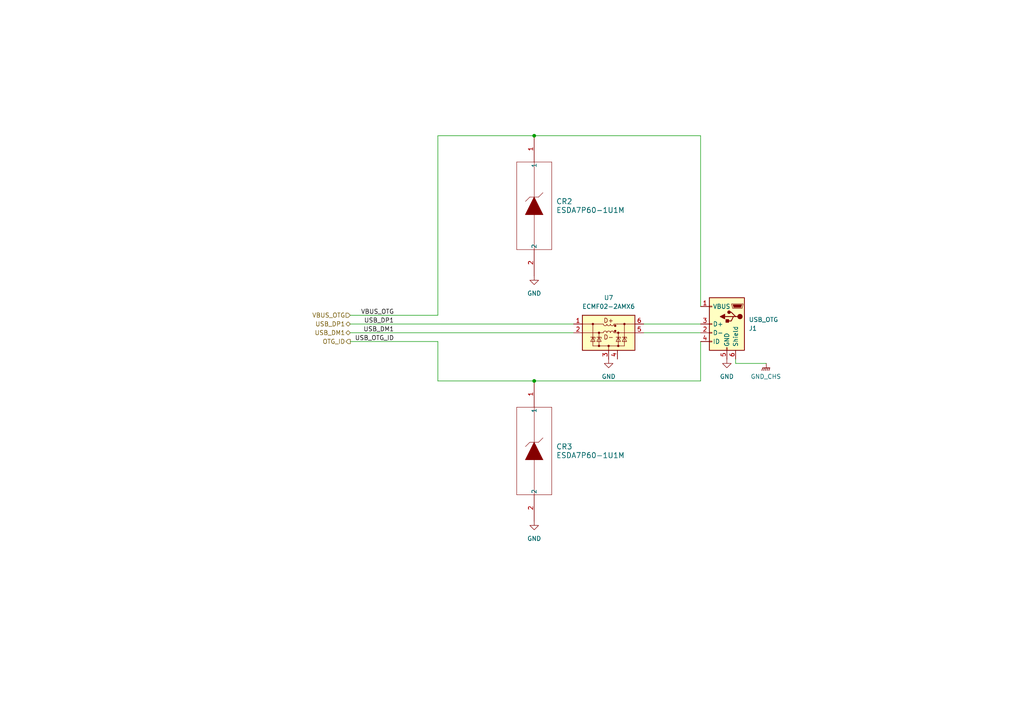
<source format=kicad_sch>
(kicad_sch (version 20231120) (generator "eeschema") (generator_version "8.0")
  (paper "A4")
  (lib_symbols
    (symbol "Connector:USB_OTG" (pin_names (offset 1.016))
      (property "Reference" "J" (at -5.08 11.43 0))
      (property "Value" "USB_OTG" (at -5.08 8.89 0))
      (symbol "USB_OTG_0_1"
        (rectangle (start -5.08 -7.62) (end 5.08 7.62) (stroke (width 0.254)) (fill (type background)))
        (circle (center -3.81 2.159) (radius 0.635) (stroke (width 0.254)) (fill (type outline)))
        (circle (center -0.635 3.429) (radius 0.381) (stroke (width 0.254)) (fill (type outline)))
        (rectangle (start -0.127 -7.62) (end 0.127 -6.858))
        (polyline (pts (xy -1.905 2.159) (xy 0.635 2.159)) (stroke (width 0.254)))
        (polyline (pts (xy -3.175 2.159) (xy -2.54 2.159) (xy -1.27 3.429) (xy -0.635 3.429)) (stroke (width 0.254)))
        (polyline (pts (xy -2.54 2.159) (xy -1.905 2.159) (xy -1.27 0.889) (xy 0 0.889)) (stroke (width 0.254)))
        (polyline (pts (xy 0.635 2.794) (xy 0.635 1.524) (xy 1.905 2.159) (xy 0.635 2.794)) (stroke (width 0.254)) (fill (type outline)))
        (polyline (pts (xy -4.318 5.588) (xy -1.778 5.588) (xy -2.032 4.826) (xy -4.064 4.826) (xy -4.318 5.588)) (fill (type outline)))
        (polyline (pts (xy -4.699 5.842) (xy -4.699 5.588) (xy -4.445 4.826) (xy -4.445 4.572) (xy -1.651 4.572) (xy -1.651 4.826) (xy -1.397 5.588) (xy -1.397 5.842) (xy -4.699 5.842)))
        (rectangle (start 0.254 1.27) (end -0.508 0.508) (stroke (width 0.254)) (fill (type outline)))
        (rectangle (start 5.08 -5.207) (end 4.318 -4.953))
        (rectangle (start 5.08 -2.667) (end 4.318 -2.413))
        (rectangle (start 5.08 -0.127) (end 4.318 0.127))
        (rectangle (start 5.08 4.953) (end 4.318 5.207))
      )
      (symbol "USB_OTG_1_1"
        (pin passive line (at 7.62 5.08 180) (length 2.54) (name "VBUS") (number "1"))
        (pin bidirectional line (at 7.62 -2.54 180) (length 2.54) (name "D-") (number "2"))
        (pin bidirectional line (at 7.62 0 180) (length 2.54) (name "D+") (number "3"))
        (pin passive line (at 7.62 -5.08 180) (length 2.54) (name "ID") (number "4"))
        (pin passive line (at 0 -10.16 90) (length 2.54) (name "GND") (number "5"))
        (pin passive line (at -2.54 -10.16 90) (length 2.54) (name "Shield") (number "6"))
      )
    )
    (symbol "ESDA7P60_1U1M:ESDA7P60-1U1M" (pin_names (offset 0.254))
      (property "Reference" "CR" (at 20.32 10.16 0))
      (property "Value" "ESDA7P60-1U1M" (at 20.32 7.62 0))
      (symbol "ESDA7P60-1U1M_0_1"
        (polyline (pts (xy 7.62 -5.08) (xy 33.02 -5.08)) (stroke (width 0.127)))
        (polyline (pts (xy 7.62 5.08) (xy 7.62 -5.08)) (stroke (width 0.127)))
        (polyline (pts (xy 17.78 -1.27) (xy 19.05 -2.54)) (stroke (width 0.127)))
        (polyline (pts (xy 17.78 0) (xy 22.86 2.54)) (stroke (width 0.127)))
        (polyline (pts (xy 17.78 1.27) (xy 16.51 2.54)) (stroke (width 0.127)))
        (polyline (pts (xy 17.78 1.27) (xy 17.78 -1.27)) (stroke (width 0.127)))
        (polyline (pts (xy 22.86 -2.54) (xy 17.78 0)) (stroke (width 0.127)))
        (polyline (pts (xy 22.86 2.54) (xy 22.86 -2.54)) (stroke (width 0.127)))
        (polyline (pts (xy 33.02 -5.08) (xy 33.02 5.08)) (stroke (width 0.127)))
        (polyline (pts (xy 33.02 0) (xy 7.62 0)) (stroke (width 0.127)))
        (polyline (pts (xy 33.02 5.08) (xy 7.62 5.08)) (stroke (width 0.127)))
        (polyline (pts (xy 22.86 2.54) (xy 22.86 -2.54) (xy 17.78 0)) (fill (type outline)))
        (pin unspecified line (at 0 0 0) (length 7.62) (name "1") (number "1"))
        (pin unspecified line (at 40.64 0 180) (length 7.62) (name "2") (number "2"))
      )
    )
    (symbol "Power_Protection:ECMF02-2AMX6" (pin_names (offset 0.0254) hide)
      (property "Reference" "U" (at 0 10.16 0))
      (property "Value" "ECMF02-2AMX6" (at 0 7.62 0))
      (symbol "ECMF02-2AMX6_0_1"
        (rectangle (start -7.62 5.08) (end 7.62 -5.08) (stroke (width 0.254)) (fill (type background)))
        (arc (start -1.524 2.5023) (mid -1.016 2.0306) (end -0.508 2.5023))
        (arc (start -0.508 0.0377) (mid -1.016 0.5094) (end -1.524 0.0377))
        (arc (start -0.508 2.5023) (mid 0 2.0306) (end 0.508 2.5023))
        (polyline (pts (xy -7.62 0) (xy -1.524 0)))
        (polyline (pts (xy -7.62 2.54) (xy -1.524 2.54)))
        (polyline (pts (xy -4.572 -3.81) (xy 4.572 -3.81)))
        (polyline (pts (xy -4.572 2.54) (xy -4.572 -3.81)))
        (polyline (pts (xy -2.794 0) (xy -2.794 -3.81)))
        (polyline (pts (xy 0 -5.08) (xy 0 -3.81)))
        (polyline (pts (xy 2.54 0) (xy 1.524 0)))
        (polyline (pts (xy 2.54 0) (xy 7.62 0)))
        (polyline (pts (xy 2.54 2.54) (xy 1.524 2.54)))
        (polyline (pts (xy 2.54 2.54) (xy 7.62 2.54)))
        (polyline (pts (xy 2.794 0) (xy 2.794 -3.81)))
        (polyline (pts (xy 4.572 2.54) (xy 4.572 -3.81)))
        (arc (start 0.508 0.0377) (mid 0 0.5094) (end -0.508 0.0377))
        (arc (start 0.508 2.5023) (mid 1.016 2.0306) (end 1.524 2.5023))
        (arc (start 1.524 0.0377) (mid 1.016 0.5094) (end 0.508 0.0377))
        (text "D+" (at 0 3.556 0) (effects (font (size 1.27 1.27))))
        (text "D-" (at 0 -1.27 0) (effects (font (size 1.27 1.27))))
      )
      (symbol "ECMF02-2AMX6_1_1"
        (circle (center -4.572 2.54) (radius 0.254) (fill (type outline)))
        (circle (center -2.794 -3.81) (radius 0.254) (fill (type outline)))
        (circle (center -2.794 0) (radius 0.254) (fill (type outline)))
        (circle (center 0 -3.81) (radius 0.254) (fill (type outline)))
        (polyline (pts (xy -3.937 -1.651) (xy -3.937 -1.27) (xy -5.207 -1.27)))
        (polyline (pts (xy -2.159 -1.651) (xy -2.159 -1.27) (xy -3.429 -1.27)))
        (polyline (pts (xy 3.429 -1.651) (xy 3.429 -1.27) (xy 2.159 -1.27)))
        (polyline (pts (xy 5.207 -1.651) (xy 5.207 -1.27) (xy 3.937 -1.27)))
        (polyline (pts (xy -5.207 -2.54) (xy -3.937 -2.54) (xy -4.572 -1.27) (xy -5.207 -2.54)))
        (polyline (pts (xy -3.429 -2.54) (xy -2.159 -2.54) (xy -2.794 -1.27) (xy -3.429 -2.54)))
        (polyline (pts (xy 3.429 -2.54) (xy 2.159 -2.54) (xy 2.794 -1.27) (xy 3.429 -2.54)))
        (polyline (pts (xy 5.207 -2.54) (xy 3.937 -2.54) (xy 4.572 -1.27) (xy 5.207 -2.54)))
        (circle (center 1.905 0.508) (radius 0.254) (fill (type outline)))
        (circle (center 1.905 2.032) (radius 0.254) (fill (type outline)))
        (circle (center 2.794 -3.81) (radius 0.254) (fill (type outline)))
        (circle (center 2.794 0) (radius 0.254) (fill (type outline)))
        (circle (center 4.572 2.54) (radius 0.254) (fill (type outline)))
        (pin passive line (at -10.16 2.54 0) (length 2.54) (name "D+_in") (number "1"))
        (pin passive line (at -10.16 0 0) (length 2.54) (name "D-_in") (number "2"))
        (pin power_in line (at 0 -7.62 90) (length 2.54) (name "GND") (number "3"))
        (pin free line (at 2.54 -7.62 90) (length 2.54) (name "NC") (number "4"))
        (pin passive line (at 10.16 0 180) (length 2.54) (name "D-_out") (number "5"))
        (pin passive line (at 10.16 2.54 180) (length 2.54) (name "D+_out") (number "6"))
      )
    )
    (symbol "power:GND" (power) (pin_numbers hide) (pin_names (offset 0) hide)
      (property "Value" "GND" (at 0 -3.81 0))
      (symbol "GND_0_1"
        (polyline (pts (xy 0 0) (xy 0 -1.27) (xy 1.27 -1.27) (xy 0 -2.54) (xy -1.27 -1.27) (xy 0 -1.27)))
      )
      (symbol "GND_1_1"
        (pin power_in line (at 0 0 270) (length 0) (name "~") (number "1"))
      )
    )
    (symbol "power:GNDPWR" (power) (pin_numbers hide) (pin_names (offset 0) hide)
      (property "Value" "GNDPWR" (at 0 -3.302 0))
      (symbol "GNDPWR_0_1"
        (polyline (pts (xy 0 -1.27) (xy 0 0)))
        (polyline (pts (xy -1.016 -1.27) (xy -1.27 -2.032) (xy -1.27 -2.032)) (stroke (width 0.2032)))
        (polyline (pts (xy -0.508 -1.27) (xy -0.762 -2.032) (xy -0.762 -2.032)) (stroke (width 0.2032)))
        (polyline (pts (xy 0 -1.27) (xy -0.254 -2.032) (xy -0.254 -2.032)) (stroke (width 0.2032)))
        (polyline (pts (xy 0.508 -1.27) (xy 0.254 -2.032) (xy 0.254 -2.032)) (stroke (width 0.2032)))
        (polyline (pts (xy 1.016 -1.27) (xy -1.016 -1.27) (xy -1.016 -1.27)) (stroke (width 0.2032)))
        (polyline (pts (xy 1.016 -1.27) (xy 0.762 -2.032) (xy 0.762 -2.032) (xy 0.762 -2.032)) (stroke (width 0.2032)))
      )
      (symbol "GNDPWR_1_1"
        (pin power_in line (at 0 0 270) (length 0) (name "~") (number "1"))
      )
    )
  )
  (junction (at 154.94 110.49))
  (junction (at 154.94 39.37))
  (wire (pts (xy 213.36 104.14) (xy 213.36 105.41)))
  (wire (pts (xy 127 39.37) (xy 127 91.44)))
  (wire (pts (xy 203.2 110.49) (xy 154.94 110.49)))
  (wire (pts (xy 203.2 39.37) (xy 154.94 39.37)))
  (wire (pts (xy 203.2 99.06) (xy 203.2 110.49)))
  (wire (pts (xy 101.6 99.06) (xy 127 99.06)))
  (wire (pts (xy 101.6 93.98) (xy 166.37 93.98)))
  (wire (pts (xy 101.6 96.52) (xy 166.37 96.52)))
  (wire (pts (xy 203.2 88.9) (xy 203.2 39.37)))
  (wire (pts (xy 154.94 39.37) (xy 127 39.37)))
  (wire (pts (xy 154.94 110.49) (xy 127 110.49)))
  (wire (pts (xy 186.69 93.98) (xy 203.2 93.98)))
  (wire (pts (xy 186.69 96.52) (xy 203.2 96.52)))
  (wire (pts (xy 127 110.49) (xy 127 99.06)))
  (wire (pts (xy 213.36 105.41) (xy 222.25 105.41)))
  (wire (pts (xy 101.6 91.44) (xy 127 91.44)))
  (label "USB_DM1" (at 114.3 96.52 180))
  (label "USB_OTG_ID" (at 114.3 99.06 180))
  (label "USB_DP1" (at 114.3 93.98 180))
  (label "VBUS_OTG" (at 114.3 91.44 180))
  (hierarchical_label "OTG_ID" (shape output) (at 101.6 99.06 180))
  (hierarchical_label "USB_DM1" (shape bidirectional) (at 101.6 96.52 180))
  (hierarchical_label "USB_DP1" (shape bidirectional) (at 101.6 93.98 180))
  (hierarchical_label "VBUS_OTG" (shape input) (at 101.6 91.44 180))
  (symbol (lib_id "Power_Protection:ECMF02-2AMX6") (at 176.53 96.52 0) (unit 1)
    (property "Reference" "U7" (at 176.53 86.36 0))
    (property "Value" "ECMF02-2AMX6" (at 176.53 88.9 0))
    (property "Footprint" "Package_DFN_QFN:ST_UQFN-6L_1.5x1.7mm_P0.5mm" (effects (hide yes)))
    (property "Datasheet" "https://www.st.com/resource/en/datasheet/ecmf02-2amx6.pdf" (effects (hide yes)))
    (property "Description" "Single Pair Common Mode Filter with ESD Protection, UQFN-6L" (effects (hide yes)))
  )
  (symbol (lib_id "power:GND") (at 176.53 104.14 0) (unit 1)
    (property "Reference" "#PWR0121" (effects (hide yes)))
    (property "Value" "GND" (at 176.53 109.22 0))
    (property "Description" "Power symbol creates a global label with name \"GND\" , ground" (effects (hide yes)))
  )
  (symbol (lib_id "power:GNDPWR") (at 222.25 105.41 0) (unit 1)
    (property "Reference" "#PWR0125" (effects (hide yes)))
    (property "Value" "GND_CHS" (at 222.123 109.22 0))
    (property "Description" "Power symbol creates a global label with name \"GNDPWR\" , global ground" (effects (hide yes)))
  )
  (symbol (lib_id "power:GND") (at 210.82 104.14 0) (unit 1)
    (property "Reference" "#PWR0122" (effects (hide yes)))
    (property "Value" "GND" (at 210.82 109.22 0))
    (property "Description" "Power symbol creates a global label with name \"GND\" , ground" (effects (hide yes)))
  )
  (symbol (lib_id "ESDA7P60_1U1M:ESDA7P60-1U1M") (at 154.94 110.49 270) (unit 1)
    (property "Reference" "CR3" (at 161.29 129.5399 90) (effects (font (size 1.524 1.524)) (justify left)))
    (property "Value" "ESDA7P60-1U1M" (at 161.29 132.0799 90) (effects (font (size 1.524 1.524)) (justify left)))
    (property "Footprint" "ZDO_1610_STM" (effects (hide yes)))
    (property "Datasheet" "ESDA7P60-1U1M" (effects (hide yes)))
  )
  (symbol (lib_id "power:GND") (at 154.94 151.13 0) (unit 1)
    (property "Reference" "#PWR0124" (effects (hide yes)))
    (property "Value" "GND" (at 154.94 156.21 0))
    (property "Description" "Power symbol creates a global label with name \"GND\" , ground" (effects (hide yes)))
  )
  (symbol (lib_id "Connector:USB_OTG") (at 210.82 93.98 0) (mirror y) (unit 1)
    (property "Reference" "J1" (at 217.17 95.2501 0) (effects (justify right)))
    (property "Value" "USB_OTG" (at 217.17 92.7101 0) (effects (justify right)))
    (property "Description" "USB mini/micro connector" (effects (hide yes)))
  )
  (symbol (lib_id "ESDA7P60_1U1M:ESDA7P60-1U1M") (at 154.94 39.37 270) (unit 1)
    (property "Reference" "CR2" (at 161.29 58.4199 90) (effects (font (size 1.524 1.524)) (justify left)))
    (property "Value" "ESDA7P60-1U1M" (at 161.29 60.9599 90) (effects (font (size 1.524 1.524)) (justify left)))
    (property "Footprint" "ZDO_1610_STM" (effects (hide yes)))
    (property "Datasheet" "ESDA7P60-1U1M" (effects (hide yes)))
  )
  (symbol (lib_id "power:GND") (at 154.94 80.01 0) (unit 1)
    (property "Reference" "#PWR0123" (effects (hide yes)))
    (property "Value" "GND" (at 154.94 85.09 0))
    (property "Description" "Power symbol creates a global label with name \"GND\" , ground" (effects (hide yes)))
  )
)
</source>
